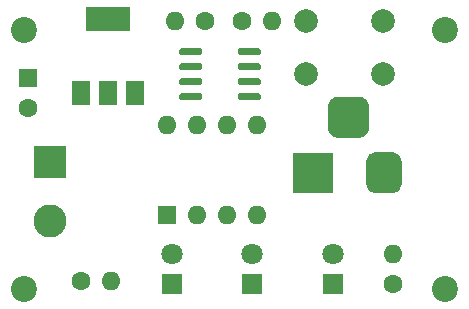
<source format=gbr>
G04 #@! TF.GenerationSoftware,KiCad,Pcbnew,(5.1.12-1-10_14)*
G04 #@! TF.CreationDate,2021-12-19T00:22:50-08:00*
G04 #@! TF.ProjectId,24h-timer-switch,3234682d-7469-46d6-9572-2d7377697463,1*
G04 #@! TF.SameCoordinates,Original*
G04 #@! TF.FileFunction,Soldermask,Top*
G04 #@! TF.FilePolarity,Negative*
%FSLAX46Y46*%
G04 Gerber Fmt 4.6, Leading zero omitted, Abs format (unit mm)*
G04 Created by KiCad (PCBNEW (5.1.12-1-10_14)) date 2021-12-19 00:22:50*
%MOMM*%
%LPD*%
G01*
G04 APERTURE LIST*
%ADD10C,2.200000*%
%ADD11O,1.600000X1.600000*%
%ADD12C,1.600000*%
%ADD13R,1.500000X2.000000*%
%ADD14R,3.800000X2.000000*%
%ADD15C,1.800000*%
%ADD16R,1.800000X1.800000*%
%ADD17C,2.800000*%
%ADD18R,2.800000X2.800000*%
%ADD19R,1.600000X1.600000*%
%ADD20C,2.000000*%
%ADD21R,3.500000X3.500000*%
G04 APERTURE END LIST*
D10*
X153720800Y-71831200D03*
X118059200Y-71831200D03*
X118059200Y-93700600D03*
X153720800Y-93700600D03*
D11*
X139014200Y-71018400D03*
D12*
X136474200Y-71018400D03*
G36*
G01*
X131195400Y-73784600D02*
X131195400Y-73484600D01*
G75*
G02*
X131345400Y-73334600I150000J0D01*
G01*
X132995400Y-73334600D01*
G75*
G02*
X133145400Y-73484600I0J-150000D01*
G01*
X133145400Y-73784600D01*
G75*
G02*
X132995400Y-73934600I-150000J0D01*
G01*
X131345400Y-73934600D01*
G75*
G02*
X131195400Y-73784600I0J150000D01*
G01*
G37*
G36*
G01*
X131195400Y-75054600D02*
X131195400Y-74754600D01*
G75*
G02*
X131345400Y-74604600I150000J0D01*
G01*
X132995400Y-74604600D01*
G75*
G02*
X133145400Y-74754600I0J-150000D01*
G01*
X133145400Y-75054600D01*
G75*
G02*
X132995400Y-75204600I-150000J0D01*
G01*
X131345400Y-75204600D01*
G75*
G02*
X131195400Y-75054600I0J150000D01*
G01*
G37*
G36*
G01*
X131195400Y-76324600D02*
X131195400Y-76024600D01*
G75*
G02*
X131345400Y-75874600I150000J0D01*
G01*
X132995400Y-75874600D01*
G75*
G02*
X133145400Y-76024600I0J-150000D01*
G01*
X133145400Y-76324600D01*
G75*
G02*
X132995400Y-76474600I-150000J0D01*
G01*
X131345400Y-76474600D01*
G75*
G02*
X131195400Y-76324600I0J150000D01*
G01*
G37*
G36*
G01*
X131195400Y-77594600D02*
X131195400Y-77294600D01*
G75*
G02*
X131345400Y-77144600I150000J0D01*
G01*
X132995400Y-77144600D01*
G75*
G02*
X133145400Y-77294600I0J-150000D01*
G01*
X133145400Y-77594600D01*
G75*
G02*
X132995400Y-77744600I-150000J0D01*
G01*
X131345400Y-77744600D01*
G75*
G02*
X131195400Y-77594600I0J150000D01*
G01*
G37*
G36*
G01*
X136145400Y-77594600D02*
X136145400Y-77294600D01*
G75*
G02*
X136295400Y-77144600I150000J0D01*
G01*
X137945400Y-77144600D01*
G75*
G02*
X138095400Y-77294600I0J-150000D01*
G01*
X138095400Y-77594600D01*
G75*
G02*
X137945400Y-77744600I-150000J0D01*
G01*
X136295400Y-77744600D01*
G75*
G02*
X136145400Y-77594600I0J150000D01*
G01*
G37*
G36*
G01*
X136145400Y-76324600D02*
X136145400Y-76024600D01*
G75*
G02*
X136295400Y-75874600I150000J0D01*
G01*
X137945400Y-75874600D01*
G75*
G02*
X138095400Y-76024600I0J-150000D01*
G01*
X138095400Y-76324600D01*
G75*
G02*
X137945400Y-76474600I-150000J0D01*
G01*
X136295400Y-76474600D01*
G75*
G02*
X136145400Y-76324600I0J150000D01*
G01*
G37*
G36*
G01*
X136145400Y-75054600D02*
X136145400Y-74754600D01*
G75*
G02*
X136295400Y-74604600I150000J0D01*
G01*
X137945400Y-74604600D01*
G75*
G02*
X138095400Y-74754600I0J-150000D01*
G01*
X138095400Y-75054600D01*
G75*
G02*
X137945400Y-75204600I-150000J0D01*
G01*
X136295400Y-75204600D01*
G75*
G02*
X136145400Y-75054600I0J150000D01*
G01*
G37*
G36*
G01*
X136145400Y-73784600D02*
X136145400Y-73484600D01*
G75*
G02*
X136295400Y-73334600I150000J0D01*
G01*
X137945400Y-73334600D01*
G75*
G02*
X138095400Y-73484600I0J-150000D01*
G01*
X138095400Y-73784600D01*
G75*
G02*
X137945400Y-73934600I-150000J0D01*
G01*
X136295400Y-73934600D01*
G75*
G02*
X136145400Y-73784600I0J150000D01*
G01*
G37*
D13*
X122871200Y-77140200D03*
X127471200Y-77140200D03*
X125171200Y-77140200D03*
D14*
X125171200Y-70840200D03*
D15*
X144170400Y-90779600D03*
D16*
X144170400Y-93319600D03*
D15*
X137388600Y-90779600D03*
D16*
X137388600Y-93319600D03*
D15*
X130581400Y-90779600D03*
D16*
X130581400Y-93319600D03*
D17*
X120269000Y-87981800D03*
D18*
X120269000Y-82981800D03*
D11*
X130810000Y-71018400D03*
D12*
X133350000Y-71018400D03*
X118389400Y-78369800D03*
D19*
X118389400Y-75869800D03*
D11*
X130187700Y-79883000D03*
X137807700Y-87503000D03*
X132727700Y-79883000D03*
X135267700Y-87503000D03*
X135267700Y-79883000D03*
X132727700Y-87503000D03*
X137807700Y-79883000D03*
D19*
X130187700Y-87503000D03*
D20*
X148460600Y-71043800D03*
X148460600Y-75543800D03*
X141960600Y-71043800D03*
X141960600Y-75543800D03*
D11*
X149275800Y-90805000D03*
D12*
X149275800Y-93345000D03*
D11*
X125450600Y-93040200D03*
D12*
X122910600Y-93040200D03*
D21*
X142519400Y-83896200D03*
G36*
G01*
X150019400Y-82896200D02*
X150019400Y-84896200D01*
G75*
G02*
X149269400Y-85646200I-750000J0D01*
G01*
X147769400Y-85646200D01*
G75*
G02*
X147019400Y-84896200I0J750000D01*
G01*
X147019400Y-82896200D01*
G75*
G02*
X147769400Y-82146200I750000J0D01*
G01*
X149269400Y-82146200D01*
G75*
G02*
X150019400Y-82896200I0J-750000D01*
G01*
G37*
G36*
G01*
X147269400Y-78321200D02*
X147269400Y-80071200D01*
G75*
G02*
X146394400Y-80946200I-875000J0D01*
G01*
X144644400Y-80946200D01*
G75*
G02*
X143769400Y-80071200I0J875000D01*
G01*
X143769400Y-78321200D01*
G75*
G02*
X144644400Y-77446200I875000J0D01*
G01*
X146394400Y-77446200D01*
G75*
G02*
X147269400Y-78321200I0J-875000D01*
G01*
G37*
M02*

</source>
